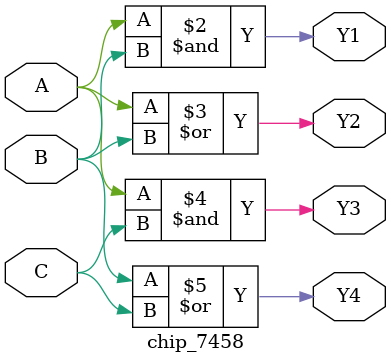
<source format=sv>
module chip_7458 (
    input logic A,
    input logic B,
    input logic C,
    output logic Y1,
    output logic Y2,
    output logic Y3,
    output logic Y4
);

    // Implementing the combinational logic for the 7458 chip
    always @(*) begin
        Y1 = A & B;          // AND operation for Y1
        Y2 = A | B;          // OR operation for Y2
        Y3 = A & C;          // AND operation for Y3
        Y4 = B | C;          // OR operation for Y4
    end

endmodule
</source>
